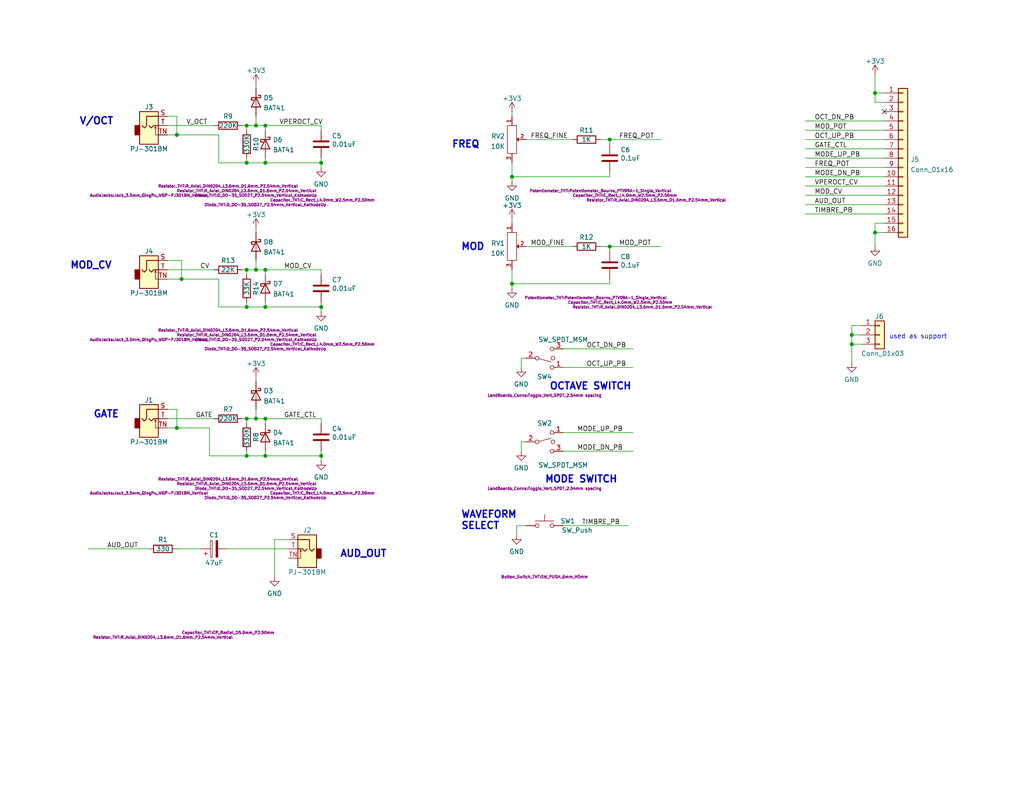
<source format=kicad_sch>
(kicad_sch (version 20211123) (generator eeschema)
  (paper "A")
  (title_block (title "VCO CONTROL PANEL") (date "2022-10-17") (rev "1") (company "LAND BOARDS LLC") (comment 1 "https://note.com/solder_state/n/nca6a1dec3921"))
  (lib_symbols
    (symbol "Connector:AudioJack2_SwitchT"
      (property "Reference" "J" (at 0 8.89 0))
      (property "Value" "AudioJack2_SwitchT" (at 0 6.35 0))
      (symbol "AudioJack2_SwitchT_0_1"
        (rectangle (start -2.54 0) (end -3.81 -2.54) (stroke (width 0.254)) (fill (type outline)))
        (polyline (pts (xy 1.778 -0.254) (xy 2.032 -0.762)))
        (polyline (pts (xy 0 0) (xy 0.635 -0.635) (xy 1.27 0) (xy 2.54 0)) (stroke (width 0.254)))
        (polyline (pts (xy 2.54 -2.54) (xy 1.778 -2.54) (xy 1.778 -0.254) (xy 1.524 -0.762)))
        (polyline (pts (xy 2.54 2.54) (xy -0.635 2.54) (xy -0.635 0) (xy -1.27 -0.635) (xy -1.905 0)) (stroke (width 0.254)))
        (rectangle (start 2.54 3.81) (end -2.54 -5.08) (stroke (width 0.254)) (fill (type background)))
      )
      (symbol "AudioJack2_SwitchT_1_1"
        (pin passive line (at 5.08 2.54 180) (length 2.54) (name "~") (number "S"))
        (pin passive line (at 5.08 0 180) (length 2.54) (name "~") (number "T"))
        (pin passive line (at 5.08 -2.54 180) (length 2.54) (name "~") (number "TN"))
      )
    )
    (symbol "Connector_Generic:Conn_01x03" (pin_names (offset 1.016) hide)
      (property "Reference" "J" (at 0 5.08 0))
      (property "Value" "Conn_01x03" (at 0 -5.08 0))
      (symbol "Conn_01x03_1_1"
        (rectangle (start -1.27 -2.413) (end 0 -2.667) (stroke (width 0.1524)))
        (rectangle (start -1.27 0.127) (end 0 -0.127) (stroke (width 0.1524)))
        (rectangle (start -1.27 2.667) (end 0 2.413) (stroke (width 0.1524)))
        (rectangle (start -1.27 3.81) (end 1.27 -3.81) (stroke (width 0.254)) (fill (type background)))
        (pin passive line (at -5.08 2.54 0) (length 3.81) (name "Pin_1") (number "1"))
        (pin passive line (at -5.08 0 0) (length 3.81) (name "Pin_2") (number "2"))
        (pin passive line (at -5.08 -2.54 0) (length 3.81) (name "Pin_3") (number "3"))
      )
    )
    (symbol "Connector_Generic:Conn_01x16" (pin_names (offset 1.016) hide)
      (property "Reference" "J" (at 0 20.32 0))
      (property "Value" "Conn_01x16" (at 0 -22.86 0))
      (symbol "Conn_01x16_1_1"
        (rectangle (start -1.27 -20.193) (end 0 -20.447) (stroke (width 0.1524)))
        (rectangle (start -1.27 -17.653) (end 0 -17.907) (stroke (width 0.1524)))
        (rectangle (start -1.27 -15.113) (end 0 -15.367) (stroke (width 0.1524)))
        (rectangle (start -1.27 -12.573) (end 0 -12.827) (stroke (width 0.1524)))
        (rectangle (start -1.27 -10.033) (end 0 -10.287) (stroke (width 0.1524)))
        (rectangle (start -1.27 -7.493) (end 0 -7.747) (stroke (width 0.1524)))
        (rectangle (start -1.27 -4.953) (end 0 -5.207) (stroke (width 0.1524)))
        (rectangle (start -1.27 -2.413) (end 0 -2.667) (stroke (width 0.1524)))
        (rectangle (start -1.27 0.127) (end 0 -0.127) (stroke (width 0.1524)))
        (rectangle (start -1.27 2.667) (end 0 2.413) (stroke (width 0.1524)))
        (rectangle (start -1.27 5.207) (end 0 4.953) (stroke (width 0.1524)))
        (rectangle (start -1.27 7.747) (end 0 7.493) (stroke (width 0.1524)))
        (rectangle (start -1.27 10.287) (end 0 10.033) (stroke (width 0.1524)))
        (rectangle (start -1.27 12.827) (end 0 12.573) (stroke (width 0.1524)))
        (rectangle (start -1.27 15.367) (end 0 15.113) (stroke (width 0.1524)))
        (rectangle (start -1.27 17.907) (end 0 17.653) (stroke (width 0.1524)))
        (rectangle (start -1.27 19.05) (end 1.27 -21.59) (stroke (width 0.254)) (fill (type background)))
        (pin passive line (at -5.08 17.78 0) (length 3.81) (name "Pin_1") (number "1"))
        (pin passive line (at -5.08 -5.08 0) (length 3.81) (name "Pin_10") (number "10"))
        (pin passive line (at -5.08 -7.62 0) (length 3.81) (name "Pin_11") (number "11"))
        (pin passive line (at -5.08 -10.16 0) (length 3.81) (name "Pin_12") (number "12"))
        (pin passive line (at -5.08 -12.7 0) (length 3.81) (name "Pin_13") (number "13"))
        (pin passive line (at -5.08 -15.24 0) (length 3.81) (name "Pin_14") (number "14"))
        (pin passive line (at -5.08 -17.78 0) (length 3.81) (name "Pin_15") (number "15"))
        (pin passive line (at -5.08 -20.32 0) (length 3.81) (name "Pin_16") (number "16"))
        (pin passive line (at -5.08 15.24 0) (length 3.81) (name "Pin_2") (number "2"))
        (pin passive line (at -5.08 12.7 0) (length 3.81) (name "Pin_3") (number "3"))
        (pin passive line (at -5.08 10.16 0) (length 3.81) (name "Pin_4") (number "4"))
        (pin passive line (at -5.08 7.62 0) (length 3.81) (name "Pin_5") (number "5"))
        (pin passive line (at -5.08 5.08 0) (length 3.81) (name "Pin_6") (number "6"))
        (pin passive line (at -5.08 2.54 0) (length 3.81) (name "Pin_7") (number "7"))
        (pin passive line (at -5.08 0 0) (length 3.81) (name "Pin_8") (number "8"))
        (pin passive line (at -5.08 -2.54 0) (length 3.81) (name "Pin_9") (number "9"))
      )
    )
    (symbol "Device:C" (pin_numbers hide) (pin_names (offset 0.254))
      (property "Reference" "C" (at 0.635 2.54 0))
      (property "Value" "C" (at 0.635 -2.54 0))
      (symbol "C_0_1"
        (polyline (pts (xy -2.032 -0.762) (xy 2.032 -0.762)) (stroke (width 0.508)))
        (polyline (pts (xy -2.032 0.762) (xy 2.032 0.762)) (stroke (width 0.508)))
      )
      (symbol "C_1_1"
        (pin passive line (at 0 3.81 270) (length 2.794) (name "~") (number "1"))
        (pin passive line (at 0 -3.81 90) (length 2.794) (name "~") (number "2"))
      )
    )
    (symbol "Device:C_Polarized" (pin_numbers hide) (pin_names (offset 0.254))
      (property "Reference" "C" (at 0.635 2.54 0))
      (property "Value" "C_Polarized" (at 0.635 -2.54 0))
      (symbol "C_Polarized_0_1"
        (rectangle (start -2.286 0.508) (end 2.286 1.016))
        (polyline (pts (xy -1.778 2.286) (xy -0.762 2.286)))
        (polyline (pts (xy -1.27 2.794) (xy -1.27 1.778)))
        (rectangle (start 2.286 -0.508) (end -2.286 -1.016) (fill (type outline)))
      )
      (symbol "C_Polarized_1_1"
        (pin passive line (at 0 3.81 270) (length 2.794) (name "~") (number "1"))
        (pin passive line (at 0 -3.81 90) (length 2.794) (name "~") (number "2"))
      )
    )
    (symbol "Device:D_Schottky" (pin_numbers hide) (pin_names (offset 1.016) hide)
      (property "Reference" "D" (at 0 2.54 0))
      (property "Value" "D_Schottky" (at 0 -2.54 0))
      (symbol "D_Schottky_0_1"
        (polyline (pts (xy 1.27 0) (xy -1.27 0)))
        (polyline (pts (xy 1.27 1.27) (xy 1.27 -1.27) (xy -1.27 0) (xy 1.27 1.27)) (stroke (width 0.254)))
        (polyline (pts (xy -1.905 0.635) (xy -1.905 1.27) (xy -1.27 1.27) (xy -1.27 -1.27) (xy -0.635 -1.27) (xy -0.635 -0.635)) (stroke (width 0.254)))
      )
      (symbol "D_Schottky_1_1"
        (pin passive line (at -3.81 0 0) (length 2.54) (name "K") (number "1"))
        (pin passive line (at 3.81 0 180) (length 2.54) (name "A") (number "2"))
      )
    )
    (symbol "Device:R" (pin_numbers hide) (pin_names (offset 0))
      (property "Reference" "R" (at 2.032 0 90))
      (property "Value" "R" (at 0 0 90))
      (symbol "R_0_1"
        (rectangle (start -1.016 -2.54) (end 1.016 2.54) (stroke (width 0.254)))
      )
      (symbol "R_1_1"
        (pin passive line (at 0 3.81 270) (length 1.27) (name "~") (number "1"))
        (pin passive line (at 0 -3.81 90) (length 1.27) (name "~") (number "2"))
      )
    )
    (symbol "LandBoards:POT" (pin_names (offset 1.016) hide)
      (property "Reference" "RV" (at 0 -2.54 0))
      (property "Value" "POT" (at 0 0 0))
      (symbol "POT_0_1"
        (rectangle (start -3.81 1.27) (end 3.81 -1.27))
        (polyline (pts (xy 0 1.27) (xy -0.508 1.778) (xy 0.508 1.778)) (fill (type outline)))
      )
      (symbol "POT_1_1"
        (pin passive line (at -6.35 0 0) (length 2.54) (name "1") (number "1"))
        (pin passive line (at 0 3.81 270) (length 2.032) (name "2") (number "2"))
        (pin passive line (at 6.35 0 180) (length 2.54) (name "3") (number "3"))
      )
    )
    (symbol "Switch:SW_Push" (pin_numbers hide) (pin_names (offset 1.016) hide)
      (property "Reference" "SW" (at 1.27 2.54 0))
      (property "Value" "SW_Push" (at 0 -1.524 0))
      (symbol "SW_Push_0_1"
        (circle (center -2.032 0) (radius 0.508))
        (polyline (pts (xy 0 1.27) (xy 0 3.048)))
        (polyline (pts (xy 2.54 1.27) (xy -2.54 1.27)))
        (circle (center 2.032 0) (radius 0.508))
        (pin passive line (at -5.08 0 0) (length 2.54) (name "1") (number "1"))
        (pin passive line (at 5.08 0 180) (length 2.54) (name "2") (number "2"))
      )
    )
    (symbol "Switch:SW_SPDT_MSM" (pin_names (offset 0) hide)
      (property "Reference" "SW" (at 0 5.08 0))
      (property "Value" "SW_SPDT_MSM" (at 0 -5.08 0))
      (symbol "SW_SPDT_MSM_0_0"
        (circle (center -2.032 0) (radius 0.508))
        (polyline (pts (xy -1.524 0.127) (xy 1.778 1.016)))
        (circle (center 2.032 -2.54) (radius 0.508))
      )
      (symbol "SW_SPDT_MSM_0_1"
        (circle (center 2.032 2.54) (radius 0.508))
        (circle (center 2.286 0) (radius 0.508))
      )
      (symbol "SW_SPDT_MSM_1_1"
        (pin passive line (at 5.08 2.54 180) (length 2.54) (name "1") (number "1"))
        (pin passive line (at -5.08 0 0) (length 2.54) (name "2") (number "2"))
        (pin passive line (at 5.08 -2.54 180) (length 2.54) (name "3") (number "3"))
      )
    )
    (symbol "power:+3.3V" (power) (pin_names (offset 0))
      (property "Value" "+3.3V" (at 0 3.556 0))
      (symbol "+3.3V_0_1"
        (polyline (pts (xy -0.762 1.27) (xy 0 2.54)))
        (polyline (pts (xy 0 0) (xy 0 2.54)))
        (polyline (pts (xy 0 2.54) (xy 0.762 1.27)))
      )
      (symbol "+3.3V_1_1"
        (pin power_in line (at 0 0 90) (length 0) hide (name "+3V3") (number "1"))
      )
    )
    (symbol "power:GND" (power) (pin_names (offset 0))
      (property "Value" "GND" (at 0 -3.81 0))
      (symbol "GND_0_1"
        (polyline (pts (xy 0 0) (xy 0 -1.27) (xy 1.27 -1.27) (xy 0 -2.54) (xy -1.27 -1.27) (xy 0 -1.27)))
      )
      (symbol "GND_1_1"
        (pin power_in line (at 0 0 270) (length 0) hide (name "GND") (number "1"))
      )
    )
  )
  (junction (at 67.31 44.45))
  (junction (at 87.63 83.82))
  (junction (at 67.31 114.3))
  (junction (at 166.37 38.1))
  (junction (at 232.41 93.98))
  (junction (at 67.31 73.66))
  (junction (at 69.85 34.29))
  (junction (at 238.76 25.4))
  (junction (at 48.26 36.83))
  (junction (at 67.31 83.82))
  (junction (at 67.31 34.29))
  (junction (at 232.41 91.44))
  (junction (at 87.63 44.45))
  (junction (at 87.63 124.46))
  (junction (at 72.39 44.45))
  (junction (at 72.39 114.3))
  (junction (at 69.85 114.3))
  (junction (at 72.39 83.82))
  (junction (at 166.37 67.31))
  (junction (at 139.7 48.26))
  (junction (at 49.53 76.2))
  (junction (at 238.76 63.5))
  (junction (at 72.39 34.29))
  (junction (at 67.31 124.46))
  (junction (at 72.39 124.46))
  (junction (at 48.26 116.84))
  (junction (at 69.85 73.66))
  (junction (at 72.39 73.66))
  (junction (at 139.7 77.47))
  (no_connect (at 241.3 30.48))
  (wire (pts (xy 67.31 73.66) (xy 69.85 73.66)))
  (wire (pts (xy 143.51 38.1) (xy 156.21 38.1)))
  (wire (pts (xy 241.3 27.94) (xy 238.76 27.94)))
  (wire (pts (xy 139.7 48.26) (xy 139.7 44.45)))
  (wire (pts (xy 219.71 50.8) (xy 241.3 50.8)))
  (wire (pts (xy 59.69 36.83) (xy 48.26 36.83)))
  (wire (pts (xy 153.67 95.25) (xy 172.72 95.25)))
  (wire (pts (xy 69.85 31.75) (xy 69.85 34.29)))
  (wire (pts (xy 219.71 33.02) (xy 241.3 33.02)))
  (wire (pts (xy 72.39 34.29) (xy 72.39 35.56)))
  (wire (pts (xy 69.85 34.29) (xy 72.39 34.29)))
  (wire (pts (xy 72.39 114.3) (xy 72.39 115.57)))
  (wire (pts (xy 232.41 88.9) (xy 232.41 91.44)))
  (wire (pts (xy 238.76 60.96) (xy 241.3 60.96)))
  (wire (pts (xy 45.72 31.75) (xy 48.26 31.75)))
  (wire (pts (xy 69.85 71.12) (xy 69.85 73.66)))
  (wire (pts (xy 45.72 111.76) (xy 48.26 111.76)))
  (wire (pts (xy 238.76 67.31) (xy 238.76 63.5)))
  (wire (pts (xy 49.53 71.12) (xy 49.53 76.2)))
  (wire (pts (xy 67.31 44.45) (xy 67.31 43.18)))
  (wire (pts (xy 153.67 100.33) (xy 172.72 100.33)))
  (wire (pts (xy 139.7 59.69) (xy 139.7 60.96)))
  (wire (pts (xy 66.04 34.29) (xy 67.31 34.29)))
  (wire (pts (xy 67.31 124.46) (xy 67.31 123.19)))
  (wire (pts (xy 72.39 83.82) (xy 67.31 83.82)))
  (wire (pts (xy 45.72 114.3) (xy 58.42 114.3)))
  (wire (pts (xy 48.26 116.84) (xy 57.15 116.84)))
  (wire (pts (xy 59.69 76.2) (xy 49.53 76.2)))
  (wire (pts (xy 72.39 123.19) (xy 72.39 124.46)))
  (wire (pts (xy 48.26 31.75) (xy 48.26 36.83)))
  (wire (pts (xy 166.37 38.1) (xy 166.37 39.37)))
  (wire (pts (xy 87.63 83.82) (xy 87.63 85.09)))
  (wire (pts (xy 45.72 71.12) (xy 49.53 71.12)))
  (wire (pts (xy 219.71 48.26) (xy 241.3 48.26)))
  (wire (pts (xy 234.95 88.9) (xy 232.41 88.9)))
  (wire (pts (xy 57.15 124.46) (xy 67.31 124.46)))
  (wire (pts (xy 166.37 38.1) (xy 180.34 38.1)))
  (wire (pts (xy 87.63 34.29) (xy 72.39 34.29)))
  (wire (pts (xy 166.37 76.2) (xy 166.37 77.47)))
  (wire (pts (xy 62.23 149.86) (xy 78.74 149.86)))
  (wire (pts (xy 87.63 82.55) (xy 87.63 83.82)))
  (wire (pts (xy 87.63 44.45) (xy 87.63 45.72)))
  (wire (pts (xy 219.71 43.18) (xy 241.3 43.18)))
  (wire (pts (xy 67.31 73.66) (xy 67.31 74.93)))
  (wire (pts (xy 72.39 124.46) (xy 67.31 124.46)))
  (wire (pts (xy 87.63 73.66) (xy 72.39 73.66)))
  (wire (pts (xy 232.41 93.98) (xy 234.95 93.98)))
  (wire (pts (xy 72.39 73.66) (xy 72.39 74.93)))
  (wire (pts (xy 87.63 35.56) (xy 87.63 34.29)))
  (wire (pts (xy 72.39 124.46) (xy 87.63 124.46)))
  (wire (pts (xy 69.85 22.86) (xy 69.85 24.13)))
  (wire (pts (xy 219.71 55.88) (xy 241.3 55.88)))
  (wire (pts (xy 72.39 82.55) (xy 72.39 83.82)))
  (wire (pts (xy 238.76 25.4) (xy 238.76 20.32)))
  (wire (pts (xy 45.72 34.29) (xy 58.42 34.29)))
  (wire (pts (xy 59.69 44.45) (xy 59.69 36.83)))
  (wire (pts (xy 163.83 38.1) (xy 166.37 38.1)))
  (wire (pts (xy 87.63 74.93) (xy 87.63 73.66)))
  (wire (pts (xy 45.72 73.66) (xy 58.42 73.66)))
  (wire (pts (xy 166.37 67.31) (xy 180.34 67.31)))
  (wire (pts (xy 67.31 34.29) (xy 69.85 34.29)))
  (wire (pts (xy 153.67 123.19) (xy 172.72 123.19)))
  (wire (pts (xy 48.26 149.86) (xy 54.61 149.86)))
  (wire (pts (xy 69.85 111.76) (xy 69.85 114.3)))
  (wire (pts (xy 139.7 49.53) (xy 139.7 48.26)))
  (wire (pts (xy 45.72 116.84) (xy 48.26 116.84)))
  (wire (pts (xy 24.13 149.86) (xy 40.64 149.86)))
  (wire (pts (xy 67.31 83.82) (xy 59.69 83.82)))
  (wire (pts (xy 57.15 116.84) (xy 57.15 124.46)))
  (wire (pts (xy 232.41 91.44) (xy 232.41 93.98)))
  (wire (pts (xy 69.85 73.66) (xy 72.39 73.66)))
  (wire (pts (xy 72.39 44.45) (xy 87.63 44.45)))
  (wire (pts (xy 49.53 76.2) (xy 45.72 76.2)))
  (wire (pts (xy 139.7 77.47) (xy 139.7 73.66)))
  (wire (pts (xy 66.04 73.66) (xy 67.31 73.66)))
  (wire (pts (xy 143.51 67.31) (xy 156.21 67.31)))
  (wire (pts (xy 219.71 53.34) (xy 241.3 53.34)))
  (wire (pts (xy 142.24 120.65) (xy 143.51 120.65)))
  (wire (pts (xy 238.76 63.5) (xy 238.76 60.96)))
  (wire (pts (xy 142.24 100.33) (xy 142.24 97.79)))
  (wire (pts (xy 219.71 38.1) (xy 241.3 38.1)))
  (wire (pts (xy 238.76 27.94) (xy 238.76 25.4)))
  (wire (pts (xy 166.37 46.99) (xy 166.37 48.26)))
  (wire (pts (xy 219.71 35.56) (xy 241.3 35.56)))
  (wire (pts (xy 139.7 30.48) (xy 139.7 31.75)))
  (wire (pts (xy 67.31 44.45) (xy 59.69 44.45)))
  (wire (pts (xy 87.63 114.3) (xy 72.39 114.3)))
  (wire (pts (xy 163.83 67.31) (xy 166.37 67.31)))
  (wire (pts (xy 67.31 83.82) (xy 67.31 82.55)))
  (wire (pts (xy 87.63 123.19) (xy 87.63 124.46)))
  (wire (pts (xy 48.26 36.83) (xy 45.72 36.83)))
  (wire (pts (xy 238.76 25.4) (xy 241.3 25.4)))
  (wire (pts (xy 69.85 102.87) (xy 69.85 104.14)))
  (wire (pts (xy 139.7 48.26) (xy 166.37 48.26)))
  (wire (pts (xy 72.39 44.45) (xy 67.31 44.45)))
  (wire (pts (xy 74.93 147.32) (xy 78.74 147.32)))
  (wire (pts (xy 153.67 143.51) (xy 171.45 143.51)))
  (wire (pts (xy 69.85 62.23) (xy 69.85 63.5)))
  (wire (pts (xy 219.71 58.42) (xy 241.3 58.42)))
  (wire (pts (xy 69.85 114.3) (xy 72.39 114.3)))
  (wire (pts (xy 219.71 45.72) (xy 241.3 45.72)))
  (wire (pts (xy 142.24 97.79) (xy 143.51 97.79)))
  (wire (pts (xy 153.67 118.11) (xy 172.72 118.11)))
  (wire (pts (xy 140.97 143.51) (xy 143.51 143.51)))
  (wire (pts (xy 139.7 77.47) (xy 166.37 77.47)))
  (wire (pts (xy 74.93 157.48) (xy 74.93 147.32)))
  (wire (pts (xy 59.69 83.82) (xy 59.69 76.2)))
  (wire (pts (xy 87.63 43.18) (xy 87.63 44.45)))
  (wire (pts (xy 140.97 143.51) (xy 140.97 146.05)))
  (wire (pts (xy 142.24 123.19) (xy 142.24 120.65)))
  (wire (pts (xy 232.41 93.98) (xy 232.41 99.06)))
  (wire (pts (xy 48.26 111.76) (xy 48.26 116.84)))
  (wire (pts (xy 72.39 83.82) (xy 87.63 83.82)))
  (wire (pts (xy 67.31 34.29) (xy 67.31 35.56)))
  (wire (pts (xy 72.39 43.18) (xy 72.39 44.45)))
  (wire (pts (xy 234.95 91.44) (xy 232.41 91.44)))
  (wire (pts (xy 219.71 40.64) (xy 241.3 40.64)))
  (wire (pts (xy 87.63 115.57) (xy 87.63 114.3)))
  (wire (pts (xy 166.37 67.31) (xy 166.37 68.58)))
  (wire (pts (xy 67.31 114.3) (xy 67.31 115.57)))
  (wire (pts (xy 87.63 124.46) (xy 87.63 125.73)))
  (wire (pts (xy 66.04 114.3) (xy 67.31 114.3)))
  (wire (pts (xy 67.31 114.3) (xy 69.85 114.3)))
  (wire (pts (xy 238.76 63.5) (xy 241.3 63.5)))
  (wire (pts (xy 139.7 78.74) (xy 139.7 77.47)))
  (text "OCTAVE SWITCH" (at 149.86 106.68 0) (effects (font (size 1.905 1.905) (thickness 0.381) bold) (justify left bottom)))
  (text "GATE" (at 25.4 114.3 0) (effects (font (size 1.905 1.905) (thickness 0.381) bold) (justify left bottom)))
  (text "used as support" (at 242.57 92.71 0) (effects (font (size 1.27 1.27)) (justify left bottom)))
  (text "V/OCT" (at 21.59 34.29 0) (effects (font (size 1.905 1.905) (thickness 0.381) bold) (justify left bottom)))
  (text "MOD_CV" (at 19.05 73.66 0) (effects (font (size 1.905 1.905) (thickness 0.381) bold) (justify left bottom)))
  (text "FREQ" (at 123.19 40.64 0) (effects (font (size 1.905 1.905) (thickness 0.381) bold) (justify left bottom)))
  (text "MODE SWITCH" (at 148.59 132.08 0) (effects (font (size 1.905 1.905) (thickness 0.381) bold) (justify left bottom)))
  (text "WAVEFORM\nSELECT" (at 125.73 144.78 0) (effects (font (size 1.905 1.905) (thickness 0.381) bold) (justify left bottom)))
  (text "MOD" (at 125.73 68.58 0) (effects (font (size 1.905 1.905) (thickness 0.381) bold) (justify left bottom)))
  (text "AUD_OUT" (at 92.71 152.4 0) (effects (font (size 1.905 1.905) (thickness 0.381) bold) (justify left bottom)))
  (label "GATE_CTL" (at 77.47 114.3 0))
  (label "V_OCT" (at 50.8 34.29 0))
  (label "FREQ_POT" (at 222.25 45.72 0))
  (label "MOD_CV" (at 77.47 73.66 0))
  (label "FREQ_POT" (at 168.91 38.1 0))
  (label "MOD_FINE" (at 144.78 67.31 0))
  (label "MOD_POT" (at 222.25 35.56 0))
  (label "OCT_DN_PB" (at 222.25 33.02 0))
  (label "AUD_OUT" (at 29.21 149.86 0))
  (label "MODE_DN_PB" (at 222.25 48.26 0))
  (label "MOD_POT" (at 168.91 67.31 0))
  (label "TIMBRE_PB" (at 158.75 143.51 0))
  (label "MOD_CV" (at 222.25 53.34 0))
  (label "OCT_UP_PB" (at 222.25 38.1 0))
  (label "GATE_CTL" (at 222.25 40.64 0))
  (label "MODE_UP_PB" (at 222.25 43.18 0))
  (label "VPEROCT_CV" (at 76.2 34.29 0))
  (label "OCT_DN_PB" (at 160.02 95.25 0))
  (label "CV" (at 54.61 73.66 0))
  (label "FREQ_FINE" (at 144.78 38.1 0))
  (label "MODE_UP_PB" (at 157.48 118.11 0))
  (label "GATE" (at 53.34 114.3 0))
  (label "VPEROCT_CV" (at 222.25 50.8 0))
  (label "AUD_OUT" (at 222.25 55.88 0))
  (label "TIMBRE_PB" (at 222.25 58.42 0))
  (label "OCT_UP_PB" (at 160.02 100.33 0))
  (label "MODE_DN_PB" (at 157.48 123.19 0))
  (symbol (lib_id "LandBoards:POT") (at 139.7 67.31 270) (unit 1)
    (property "Reference" "RV1" (at 137.795 66.4015 90) (effects (justify right)))
    (property "Value" "10K" (at 137.795 69.1766 90) (effects (justify right)))
    (property "Footprint" "Potentiometer_THT:Potentiometer_Bourns_PTV09A-1_Single_Vertical" (at 162.56 81.28 90) (effects (font (size 0.762 0.762) bold)))
  )
  (symbol (lib_id "Device:C") (at 87.63 78.74 0) (unit 1)
    (property "Reference" "C7" (at 90.551 76.4286 0) (effects (justify left)))
    (property "Value" "0.01uF" (at 90.551 78.74 0) (effects (justify left)))
    (property "Footprint" "Capacitor_THT:C_Rect_L4.0mm_W2.5mm_P2.50mm" (at 73.66 93.98 0) (effects (font (size 0.762 0.762)) (justify left)))
    (property "Datasheet" "https://www.mouser.com/ProductDetail/TDK/FG18X7R1H473KNT06?qs=qf2ddTMq67Ua7q%2FdN4IhqA%3D%3D" (effects hide))
  )
  (symbol (lib_id "power:GND") (at 139.7 78.74 0) (unit 1)
    (property "Reference" "#PWR0109" (effects hide))
    (property "Value" "GND" (at 139.7 83.3025 0))
  )
  (symbol (lib_id "power:GND") (at 232.41 99.06 0) (unit 1)
    (property "Reference" "#PWR0114" (effects hide))
    (property "Value" "GND" (at 232.41 103.6225 0))
  )
  (symbol (lib_id "Connector_Generic:Conn_01x03") (at 240.03 91.44 0) (unit 1)
    (property "Reference" "J6" (at 238.76 86.36 0) (effects (justify left)))
    (property "Value" "Conn_01x03" (at 234.95 96.52 0) (effects (justify left)))
    (property "Footprint" "Connector_PinHeader_2.54mm:PinHeader_1x03_P2.54mm_Vertical" (effects hide))
  )
  (symbol (lib_id "power:GND") (at 87.63 125.73 0) (unit 1)
    (property "Reference" "#PWR0131" (effects hide))
    (property "Value" "GND" (at 87.63 130.2925 0))
  )
  (symbol (lib_id "Device:R") (at 62.23 73.66 90) (unit 1)
    (property "Reference" "R13" (at 62.23 71.12 90))
    (property "Value" "22K" (at 62.23 73.66 90))
    (property "Footprint" "Resistor_THT:R_Axial_DIN0204_L3.6mm_D1.6mm_P2.54mm_Vertical" (at 62.23 90.17 90) (effects (font (size 0.762 0.762))))
    (property "Datasheet" "https://www.mouser.com/ProductDetail/Xicon/299-2.2K-RC?qs=QaPBMFBEHz3RDbXknTj%252ByA%3D%3D" (effects hide))
  )
  (symbol (lib_id "Device:R") (at 160.02 38.1 90) (unit 1)
    (property "Reference" "R11" (at 160.02 35.56 90))
    (property "Value" "1K" (at 160.02 38.1 90))
    (property "Footprint" "Resistor_THT:R_Axial_DIN0204_L3.6mm_D1.6mm_P2.54mm_Vertical" (at 179.07 54.61 90) (effects (font (size 0.762 0.762))))
    (property "Datasheet" "https://www.mouser.com/ProductDetail/Xicon/299-2.2K-RC?qs=QaPBMFBEHz3RDbXknTj%252ByA%3D%3D" (effects hide))
  )
  (symbol (lib_id "power:GND") (at 87.63 85.09 0) (unit 1)
    (property "Reference" "#PWR0101" (effects hide))
    (property "Value" "GND" (at 87.63 89.6525 0))
  )
  (symbol (lib_id "power:+3.3V") (at 69.85 62.23 0) (unit 1)
    (property "Reference" "#PWR0102" (effects hide))
    (property "Value" "+3.3V" (at 69.85 58.6255 0))
  )
  (symbol (lib_id "Device:C") (at 166.37 43.18 0) (unit 1)
    (property "Reference" "C6" (at 169.291 40.8686 0) (effects (justify left)))
    (property "Value" "0.1uF" (at 169.291 43.18 0) (effects (justify left)))
    (property "Footprint" "Capacitor_THT:C_Rect_L4.0mm_W2.5mm_P2.50mm" (at 156.21 53.34 0) (effects (font (size 0.762 0.762)) (justify left)))
    (property "Datasheet" "https://www.mouser.com/ProductDetail/TDK/FG18X7R1H473KNT06?qs=qf2ddTMq67Ua7q%2FdN4IhqA%3D%3D" (effects hide))
  )
  (symbol (lib_id "Device:R") (at 62.23 34.29 90) (unit 1)
    (property "Reference" "R9" (at 62.23 31.75 90))
    (property "Value" "220K" (at 62.23 34.29 90))
    (property "Footprint" "Resistor_THT:R_Axial_DIN0204_L3.6mm_D1.6mm_P2.54mm_Vertical" (at 62.23 50.8 90) (effects (font (size 0.762 0.762))))
    (property "Datasheet" "https://www.mouser.com/ProductDetail/Xicon/299-2.2K-RC?qs=QaPBMFBEHz3RDbXknTj%252ByA%3D%3D" (effects hide))
  )
  (symbol (lib_id "Connector:AudioJack2_SwitchT") (at 83.82 149.86 0) (mirror y) (unit 1)
    (property "Reference" "J2" (at 83.82 144.78 0))
    (property "Value" "PJ-301BM" (at 83.82 156.21 0))
    (property "Footprint" "AudioJacks:Jack_3.5mm_QingPu_WQP-PJ301BM_Vertical" (effects hide))
    (property "Datasheet" "https://store.synthrotek.com/3_point_5mm_Vertical_Mount_Jacks" (effects hide))
  )
  (symbol (lib_id "power:GND") (at 238.76 67.31 0) (unit 1)
    (property "Reference" "#PWR0104" (effects hide))
    (property "Value" "GND" (at 238.76 71.8725 0))
  )
  (symbol (lib_id "Device:D_Schottky") (at 69.85 27.94 270) (unit 1)
    (property "Reference" "D5" (at 71.882 26.714 90) (effects (justify left)))
    (property "Value" "BAT41" (at 71.882 29.4891 90) (effects (justify left)))
    (property "Footprint" "Diode_THT:D_DO-35_SOD27_P2.54mm_Vertical_KathodeUp" (at 69.85 53.34 90) (effects (font (size 0.762 0.762))))
  )
  (symbol (lib_id "Connector:AudioJack2_SwitchT") (at 40.64 73.66 0) (unit 1)
    (property "Reference" "J4" (at 40.64 68.58 0))
    (property "Value" "PJ-301BM" (at 40.64 80.01 0))
    (property "Footprint" "AudioJacks:Jack_3.5mm_QingPu_WQP-PJ301BM_Vertical" (at 40.64 92.71 0) (effects (font (size 0.762 0.762))))
    (property "Datasheet" "https://store.synthrotek.com/3_point_5mm_Vertical_Mount_Jacks" (effects hide))
  )
  (symbol (lib_id "Switch:SW_SPDT_MSM") (at 148.59 97.79 0) (mirror x) (unit 1)
    (property "Reference" "SW4" (at 148.59 102.87 0))
    (property "Value" "SW_SPDT_MSM" (at 153.67 92.71 0))
    (property "Footprint" "LandBoards_Conns:Toggle_Vert_SPDT_2.54mm spacing" (at 148.59 107.95 0) (effects (font (size 0.762 0.762))))
  )
  (symbol (lib_id "power:GND") (at 142.24 100.33 0) (unit 1)
    (property "Reference" "#PWR0112" (effects hide))
    (property "Value" "GND" (at 142.24 104.8925 0))
  )
  (symbol (lib_id "Device:D_Schottky") (at 72.39 119.38 270) (unit 1)
    (property "Reference" "D4" (at 74.422 118.154 90) (effects (justify left)))
    (property "Value" "BAT41" (at 74.422 120.9291 90) (effects (justify left)))
    (property "Footprint" "Diode_THT:D_DO-35_SOD27_P2.54mm_Vertical_KathodeUp" (at 72.39 135.89 90) (effects (font (size 0.762 0.762))))
  )
  (symbol (lib_id "power:GND") (at 140.97 146.05 0) (unit 1)
    (property "Reference" "#PWR0107" (effects hide))
    (property "Value" "GND" (at 140.97 150.6125 0))
  )
  (symbol (lib_id "Device:R") (at 67.31 39.37 180) (unit 1)
    (property "Reference" "R10" (at 69.85 39.37 90))
    (property "Value" "330K" (at 67.31 39.37 90))
    (property "Footprint" "Resistor_THT:R_Axial_DIN0204_L3.6mm_D1.6mm_P2.54mm_Vertical" (at 67.31 52.07 0) (effects (font (size 0.762 0.762))))
    (property "Datasheet" "https://www.mouser.com/ProductDetail/Xicon/299-2.2K-RC?qs=QaPBMFBEHz3RDbXknTj%252ByA%3D%3D" (effects hide))
  )
  (symbol (lib_id "Switch:SW_Push") (at 148.59 143.51 0) (unit 1)
    (property "Reference" "SW1" (at 154.94 142.24 0))
    (property "Value" "SW_Push" (at 157.48 144.78 0))
    (property "Footprint" "Button_Switch_THT:SW_PUSH_6mm_H5mm" (at 148.59 157.48 0) (effects (font (size 0.762 0.762))))
  )
  (symbol (lib_id "Device:C") (at 166.37 72.39 0) (unit 1)
    (property "Reference" "C8" (at 169.291 70.0786 0) (effects (justify left)))
    (property "Value" "0.1uF" (at 169.291 72.39 0) (effects (justify left)))
    (property "Footprint" "Capacitor_THT:C_Rect_L4.0mm_W2.5mm_P2.50mm" (at 154.94 82.55 0) (effects (font (size 0.762 0.762)) (justify left)))
    (property "Datasheet" "https://www.mouser.com/ProductDetail/TDK/FG18X7R1H473KNT06?qs=qf2ddTMq67Ua7q%2FdN4IhqA%3D%3D" (effects hide))
  )
  (symbol (lib_id "Switch:SW_SPDT_MSM") (at 148.59 120.65 0) (unit 1)
    (property "Reference" "SW2" (at 148.59 115.57 0))
    (property "Value" "SW_SPDT_MSM" (at 153.67 127 0))
    (property "Footprint" "LandBoards_Conns:Toggle_Vert_SPDT_2.54mm spacing" (at 148.59 133.35 0) (effects (font (size 0.762 0.762))))
  )
  (symbol (lib_id "Device:R") (at 67.31 119.38 180) (unit 1)
    (property "Reference" "R8" (at 69.85 119.38 90))
    (property "Value" "330K" (at 67.31 119.38 90))
    (property "Footprint" "Resistor_THT:R_Axial_DIN0204_L3.6mm_D1.6mm_P2.54mm_Vertical" (at 67.31 132.08 0) (effects (font (size 0.762 0.762))))
    (property "Datasheet" "https://www.mouser.com/ProductDetail/Xicon/299-2.2K-RC?qs=QaPBMFBEHz3RDbXknTj%252ByA%3D%3D" (effects hide))
  )
  (symbol (lib_id "power:+3.3V") (at 139.7 59.69 0) (unit 1)
    (property "Reference" "#PWR0110" (effects hide))
    (property "Value" "+3.3V" (at 139.7 56.0855 0))
  )
  (symbol (lib_id "Connector:AudioJack2_SwitchT") (at 40.64 34.29 0) (unit 1)
    (property "Reference" "J3" (at 40.64 29.21 0))
    (property "Value" "PJ-301BM" (at 40.64 40.64 0))
    (property "Footprint" "AudioJacks:Jack_3.5mm_QingPu_WQP-PJ301BM_Vertical" (at 40.64 53.34 0) (effects (font (size 0.762 0.762))))
    (property "Datasheet" "https://store.synthrotek.com/3_point_5mm_Vertical_Mount_Jacks" (effects hide))
  )
  (symbol (lib_id "power:+3.3V") (at 69.85 102.87 0) (unit 1)
    (property "Reference" "#PWR0132" (effects hide))
    (property "Value" "+3.3V" (at 69.85 99.2655 0))
  )
  (symbol (lib_id "Device:C") (at 87.63 39.37 0) (unit 1)
    (property "Reference" "C5" (at 90.551 37.0586 0) (effects (justify left)))
    (property "Value" "0.01uF" (at 90.551 39.37 0) (effects (justify left)))
    (property "Footprint" "Capacitor_THT:C_Rect_L4.0mm_W2.5mm_P2.50mm" (at 73.66 54.61 0) (effects (font (size 0.762 0.762)) (justify left)))
    (property "Datasheet" "https://www.mouser.com/ProductDetail/TDK/FG18X7R1H473KNT06?qs=qf2ddTMq67Ua7q%2FdN4IhqA%3D%3D" (effects hide))
  )
  (symbol (lib_id "Device:R") (at 67.31 78.74 180) (unit 1)
    (property "Reference" "R14" (at 69.85 78.74 90))
    (property "Value" "33K" (at 67.31 78.74 90))
    (property "Footprint" "Resistor_THT:R_Axial_DIN0204_L3.6mm_D1.6mm_P2.54mm_Vertical" (at 67.31 91.44 0) (effects (font (size 0.762 0.762))))
    (property "Datasheet" "https://www.mouser.com/ProductDetail/Xicon/299-2.2K-RC?qs=QaPBMFBEHz3RDbXknTj%252ByA%3D%3D" (effects hide))
  )
  (symbol (lib_id "Device:R") (at 160.02 67.31 90) (unit 1)
    (property "Reference" "R12" (at 160.02 64.77 90))
    (property "Value" "1K" (at 160.02 67.31 90))
    (property "Footprint" "Resistor_THT:R_Axial_DIN0204_L3.6mm_D1.6mm_P2.54mm_Vertical" (at 175.26 83.82 90) (effects (font (size 0.762 0.762))))
    (property "Datasheet" "https://www.mouser.com/ProductDetail/Xicon/299-2.2K-RC?qs=QaPBMFBEHz3RDbXknTj%252ByA%3D%3D" (effects hide))
  )
  (symbol (lib_id "Device:C") (at 87.63 119.38 0) (unit 1)
    (property "Reference" "C4" (at 90.551 117.0686 0) (effects (justify left)))
    (property "Value" "0.01uF" (at 90.551 119.38 0) (effects (justify left)))
    (property "Footprint" "Capacitor_THT:C_Rect_L4.0mm_W2.5mm_P2.50mm" (at 73.66 134.62 0) (effects (font (size 0.762 0.762)) (justify left)))
    (property "Datasheet" "https://www.mouser.com/ProductDetail/TDK/FG18X7R1H473KNT06?qs=qf2ddTMq67Ua7q%2FdN4IhqA%3D%3D" (effects hide))
  )
  (symbol (lib_id "power:GND") (at 74.93 157.48 0) (unit 1)
    (property "Reference" "#PWR0105" (effects hide))
    (property "Value" "GND" (at 74.93 162.0425 0))
  )
  (symbol (lib_id "Device:D_Schottky") (at 69.85 67.31 270) (unit 1)
    (property "Reference" "D8" (at 71.882 66.084 90) (effects (justify left)))
    (property "Value" "BAT41" (at 71.882 68.8591 90) (effects (justify left)))
    (property "Footprint" "Diode_THT:D_DO-35_SOD27_P2.54mm_Vertical_KathodeUp" (at 69.85 92.71 90) (effects (font (size 0.762 0.762))))
  )
  (symbol (lib_id "Device:D_Schottky") (at 72.39 78.74 270) (unit 1)
    (property "Reference" "D7" (at 74.422 77.514 90) (effects (justify left)))
    (property "Value" "BAT41" (at 74.422 80.2891 90) (effects (justify left)))
    (property "Footprint" "Diode_THT:D_DO-35_SOD27_P2.54mm_Vertical_KathodeUp" (at 72.39 95.25 90) (effects (font (size 0.762 0.762))))
  )
  (symbol (lib_id "power:+3.3V") (at 238.76 20.32 0) (unit 1)
    (property "Reference" "#PWR0113" (effects hide))
    (property "Value" "+3.3V" (at 238.76 16.7155 0))
  )
  (symbol (lib_id "power:+3.3V") (at 139.7 30.48 0) (unit 1)
    (property "Reference" "#PWR0108" (effects hide))
    (property "Value" "+3.3V" (at 139.7 26.8755 0))
  )
  (symbol (lib_id "Device:C_Polarized") (at 58.42 149.86 90) (unit 1)
    (property "Reference" "C1" (at 58.42 146.05 90))
    (property "Value" "47uF" (at 58.42 153.67 90))
    (property "Footprint" "Capacitor_THT:CP_Radial_D5.0mm_P2.50mm" (at 62.23 172.72 90) (effects (font (size 0.762 0.762))))
    (property "Datasheet" "https://www.mouser.com/ProductDetail/140-REA470M1CBK0511P" (effects hide))
  )
  (symbol (lib_id "Device:R") (at 62.23 114.3 90) (unit 1)
    (property "Reference" "R7" (at 62.23 111.76 90))
    (property "Value" "220K" (at 62.23 114.3 90))
    (property "Footprint" "Resistor_THT:R_Axial_DIN0204_L3.6mm_D1.6mm_P2.54mm_Vertical" (at 62.23 130.81 90) (effects (font (size 0.762 0.762))))
    (property "Datasheet" "https://www.mouser.com/ProductDetail/Xicon/299-2.2K-RC?qs=QaPBMFBEHz3RDbXknTj%252ByA%3D%3D" (effects hide))
  )
  (symbol (lib_id "Device:D_Schottky") (at 72.39 39.37 270) (unit 1)
    (property "Reference" "D6" (at 74.422 38.144 90) (effects (justify left)))
    (property "Value" "BAT41" (at 74.422 40.9191 90) (effects (justify left)))
    (property "Footprint" "Diode_THT:D_DO-35_SOD27_P2.54mm_Vertical_KathodeUp" (at 72.39 55.88 90) (effects (font (size 0.762 0.762))))
  )
  (symbol (lib_id "LandBoards:POT") (at 139.7 38.1 270) (unit 1)
    (property "Reference" "RV2" (at 137.795 37.1915 90) (effects (justify right)))
    (property "Value" "10K" (at 137.795 39.9666 90) (effects (justify right)))
    (property "Footprint" "Potentiometer_THT:Potentiometer_Bourns_PTV09A-1_Single_Vertical" (at 163.83 52.07 90) (effects (font (size 0.762 0.762) bold)))
  )
  (symbol (lib_id "power:GND") (at 142.24 123.19 0) (unit 1)
    (property "Reference" "#PWR0136" (effects hide))
    (property "Value" "GND" (at 142.24 127.7525 0))
  )
  (symbol (lib_id "power:GND") (at 87.63 45.72 0) (unit 1)
    (property "Reference" "#PWR0103" (effects hide))
    (property "Value" "GND" (at 87.63 50.2825 0))
  )
  (symbol (lib_id "power:+3.3V") (at 69.85 22.86 0) (unit 1)
    (property "Reference" "#PWR0106" (effects hide))
    (property "Value" "+3.3V" (at 69.85 19.2555 0))
  )
  (symbol (lib_id "Device:D_Schottky") (at 69.85 107.95 270) (unit 1)
    (property "Reference" "D3" (at 71.882 106.724 90) (effects (justify left)))
    (property "Value" "BAT41" (at 71.882 109.4991 90) (effects (justify left)))
    (property "Footprint" "Diode_THT:D_DO-35_SOD27_P2.54mm_Vertical_KathodeUp" (at 69.85 133.35 90) (effects (font (size 0.762 0.762))))
  )
  (symbol (lib_id "Connector_Generic:Conn_01x16") (at 246.38 43.18 0) (unit 1)
    (property "Reference" "J5" (at 248.412 43.5415 0) (effects (justify left)))
    (property "Value" "Conn_01x16" (at 248.412 46.3166 0) (effects (justify left)))
    (property "Footprint" "Connector_PinHeader_2.54mm:PinHeader_2x08_P2.54mm_Vertical" (effects hide))
  )
  (symbol (lib_id "Device:R") (at 44.45 149.86 270) (unit 1)
    (property "Reference" "R1" (at 44.45 147.32 90))
    (property "Value" "330" (at 44.45 149.86 90))
    (property "Footprint" "Resistor_THT:R_Axial_DIN0204_L3.6mm_D1.6mm_P2.54mm_Vertical" (at 44.45 173.99 90) (effects (font (size 0.762 0.762))))
    (property "Datasheet" "https://www.mouser.com/ProductDetail/Xicon/299-2.2K-RC?qs=QaPBMFBEHz3RDbXknTj%252ByA%3D%3D" (effects hide))
  )
  (symbol (lib_id "Connector:AudioJack2_SwitchT") (at 40.64 114.3 0) (unit 1)
    (property "Reference" "J1" (at 40.64 109.22 0))
    (property "Value" "PJ-301BM" (at 40.64 120.65 0))
    (property "Footprint" "AudioJacks:Jack_3.5mm_QingPu_WQP-PJ301BM_Vertical" (at 40.64 134.62 0) (effects (font (size 0.762 0.762))))
    (property "Datasheet" "https://store.synthrotek.com/3_point_5mm_Vertical_Mount_Jacks" (effects hide))
  )
  (symbol (lib_id "power:GND") (at 139.7 49.53 0) (unit 1)
    (property "Reference" "#PWR0111" (effects hide))
    (property "Value" "GND" (at 139.7 54.0925 0))
  )
)
</source>
